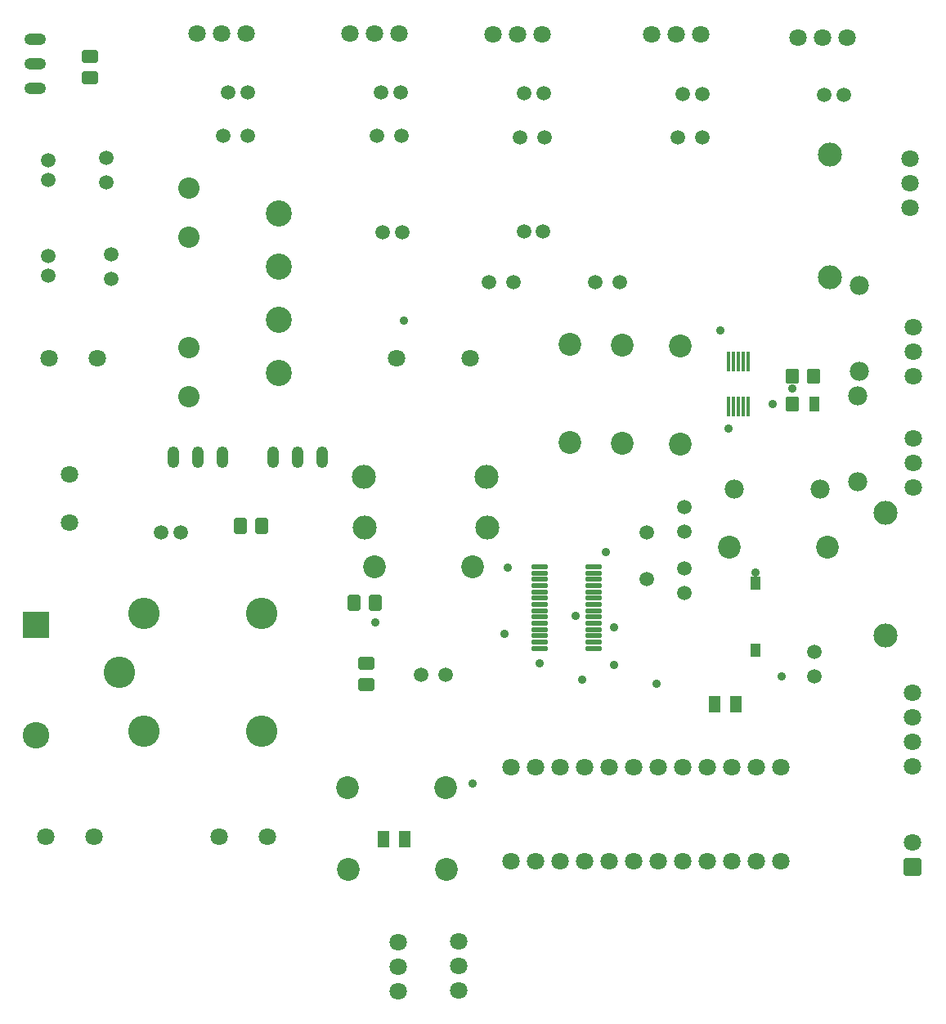
<source format=gts>
G04*
G04 #@! TF.GenerationSoftware,Altium Limited,Altium Designer,23.7.1 (13)*
G04*
G04 Layer_Color=8388736*
%FSTAX44Y44*%
%MOMM*%
G71*
G04*
G04 #@! TF.SameCoordinates,65A94E3A-F732-46F6-9CE8-1871680BC999*
G04*
G04*
G04 #@! TF.FilePolarity,Negative*
G04*
G01*
G75*
G04:AMPARAMS|DCode=26|XSize=0.4mm|YSize=2.1mm|CornerRadius=0.065mm|HoleSize=0mm|Usage=FLASHONLY|Rotation=0.000|XOffset=0mm|YOffset=0mm|HoleType=Round|Shape=RoundedRectangle|*
%AMROUNDEDRECTD26*
21,1,0.4000,1.9700,0,0,0.0*
21,1,0.2700,2.1000,0,0,0.0*
1,1,0.1300,0.1350,-0.9850*
1,1,0.1300,-0.1350,-0.9850*
1,1,0.1300,-0.1350,0.9850*
1,1,0.1300,0.1350,0.9850*
%
%ADD26ROUNDEDRECTD26*%
G04:AMPARAMS|DCode=27|XSize=1.3mm|YSize=1.525mm|CornerRadius=0.11mm|HoleSize=0mm|Usage=FLASHONLY|Rotation=0.000|XOffset=0mm|YOffset=0mm|HoleType=Round|Shape=RoundedRectangle|*
%AMROUNDEDRECTD27*
21,1,1.3000,1.3050,0,0,0.0*
21,1,1.0800,1.5250,0,0,0.0*
1,1,0.2200,0.5400,-0.6525*
1,1,0.2200,-0.5400,-0.6525*
1,1,0.2200,-0.5400,0.6525*
1,1,0.2200,0.5400,0.6525*
%
%ADD27ROUNDEDRECTD27*%
G04:AMPARAMS|DCode=28|XSize=0.44mm|YSize=1.74mm|CornerRadius=0.085mm|HoleSize=0mm|Usage=FLASHONLY|Rotation=270.000|XOffset=0mm|YOffset=0mm|HoleType=Round|Shape=RoundedRectangle|*
%AMROUNDEDRECTD28*
21,1,0.4400,1.5700,0,0,270.0*
21,1,0.2700,1.7400,0,0,270.0*
1,1,0.1700,-0.7850,-0.1350*
1,1,0.1700,-0.7850,0.1350*
1,1,0.1700,0.7850,0.1350*
1,1,0.1700,0.7850,-0.1350*
%
%ADD28ROUNDEDRECTD28*%
G04:AMPARAMS|DCode=29|XSize=1.7032mm|YSize=1.3032mm|CornerRadius=0.1566mm|HoleSize=0mm|Usage=FLASHONLY|Rotation=270.000|XOffset=0mm|YOffset=0mm|HoleType=Round|Shape=RoundedRectangle|*
%AMROUNDEDRECTD29*
21,1,1.7032,0.9900,0,0,270.0*
21,1,1.3900,1.3032,0,0,270.0*
1,1,0.3132,-0.4950,-0.6950*
1,1,0.3132,-0.4950,0.6950*
1,1,0.3132,0.4950,0.6950*
1,1,0.3132,0.4950,-0.6950*
%
%ADD29ROUNDEDRECTD29*%
%ADD30R,1.0032X1.4032*%
G04:AMPARAMS|DCode=31|XSize=1.7032mm|YSize=1.3032mm|CornerRadius=0.1566mm|HoleSize=0mm|Usage=FLASHONLY|Rotation=180.000|XOffset=0mm|YOffset=0mm|HoleType=Round|Shape=RoundedRectangle|*
%AMROUNDEDRECTD31*
21,1,1.7032,0.9900,0,0,180.0*
21,1,1.3900,1.3032,0,0,180.0*
1,1,0.3132,-0.6950,0.4950*
1,1,0.3132,0.6950,0.4950*
1,1,0.3132,0.6950,-0.4950*
1,1,0.3132,-0.6950,-0.4950*
%
%ADD31ROUNDEDRECTD31*%
%ADD32R,1.3032X1.7032*%
G04:AMPARAMS|DCode=33|XSize=1.1mm|YSize=1.525mm|CornerRadius=0.1mm|HoleSize=0mm|Usage=FLASHONLY|Rotation=0.000|XOffset=0mm|YOffset=0mm|HoleType=Round|Shape=RoundedRectangle|*
%AMROUNDEDRECTD33*
21,1,1.1000,1.3250,0,0,0.0*
21,1,0.9000,1.5250,0,0,0.0*
1,1,0.2000,0.4500,-0.6625*
1,1,0.2000,-0.4500,-0.6625*
1,1,0.2000,-0.4500,0.6625*
1,1,0.2000,0.4500,0.6625*
%
%ADD33ROUNDEDRECTD33*%
%ADD34C,1.8000*%
%ADD35C,1.5032*%
%ADD36C,2.3622*%
%ADD37C,1.5000*%
%ADD38C,1.9812*%
%ADD39C,2.4892*%
%ADD40O,1.2160X2.2320*%
%ADD41C,2.7000*%
%ADD42C,2.7432*%
%ADD43R,2.7432X2.7432*%
%ADD44C,2.2032*%
G04:AMPARAMS|DCode=45|XSize=1.8mm|YSize=1.8mm|CornerRadius=0.18mm|HoleSize=0mm|Usage=FLASHONLY|Rotation=90.000|XOffset=0mm|YOffset=0mm|HoleType=Round|Shape=RoundedRectangle|*
%AMROUNDEDRECTD45*
21,1,1.8000,1.4400,0,0,90.0*
21,1,1.4400,1.8000,0,0,90.0*
1,1,0.3600,0.7200,0.7200*
1,1,0.3600,0.7200,-0.7200*
1,1,0.3600,-0.7200,-0.7200*
1,1,0.3600,-0.7200,0.7200*
%
%ADD45ROUNDEDRECTD45*%
%ADD46O,2.2320X1.2160*%
%ADD47C,1.8032*%
%ADD48C,3.2512*%
%ADD49C,0.9032*%
D26*
X014195Y0089625D02*
D03*
X014245D02*
D03*
X014195Y0084975D02*
D03*
X014095D02*
D03*
X014295D02*
D03*
Y0089625D02*
D03*
X014145D02*
D03*
X014095D02*
D03*
X014245Y0084975D02*
D03*
X014145D02*
D03*
D27*
X01475Y00881D02*
D03*
X01497D02*
D03*
X01475Y00853D02*
D03*
D28*
X01214Y0068425D02*
D03*
X0127D02*
D03*
Y0059975D02*
D03*
Y0060625D02*
D03*
Y0061275D02*
D03*
Y0061925D02*
D03*
Y0062575D02*
D03*
Y0063225D02*
D03*
Y0063875D02*
D03*
Y0064525D02*
D03*
Y0065175D02*
D03*
Y0065825D02*
D03*
Y0066475D02*
D03*
Y0067125D02*
D03*
Y0067775D02*
D03*
X01214Y0059975D02*
D03*
Y0060625D02*
D03*
Y0061275D02*
D03*
Y0061925D02*
D03*
Y0062575D02*
D03*
Y0063225D02*
D03*
Y0063875D02*
D03*
Y0064525D02*
D03*
Y0065175D02*
D03*
Y0065825D02*
D03*
Y0066475D02*
D03*
Y0067125D02*
D03*
Y0067775D02*
D03*
D29*
X010435Y006465D02*
D03*
X010215D02*
D03*
X00904Y007265D02*
D03*
X00926D02*
D03*
D30*
X014375Y006675D02*
D03*
Y005975D02*
D03*
D31*
X010345Y005845D02*
D03*
Y005625D02*
D03*
X00748Y011905D02*
D03*
Y012125D02*
D03*
D32*
X01395Y00542D02*
D03*
X01417D02*
D03*
X01052Y004025D02*
D03*
X01074D02*
D03*
D33*
X01498Y00853D02*
D03*
D34*
X014382Y004765D02*
D03*
X013874D02*
D03*
X013366D02*
D03*
X012858D02*
D03*
X011842D02*
D03*
X012096D02*
D03*
X01235D02*
D03*
X012604D02*
D03*
X013112D02*
D03*
X01362D02*
D03*
X014128D02*
D03*
X014636D02*
D03*
X0121658Y0123551D02*
D03*
X015995Y005538D02*
D03*
X01068215Y0123651D02*
D03*
X0153185Y012323D02*
D03*
X01597Y010814D02*
D03*
Y01056D02*
D03*
X01601Y008811D02*
D03*
Y007661D02*
D03*
X01380647Y0123501D02*
D03*
X0116578Y0123551D02*
D03*
X01597Y011068D02*
D03*
X015995Y004776D02*
D03*
X014636Y003795D02*
D03*
X0113Y00271D02*
D03*
X010675Y002705D02*
D03*
X015995Y00503D02*
D03*
Y005284D02*
D03*
Y003984D02*
D03*
X014128Y003795D02*
D03*
X01362D02*
D03*
X013112D02*
D03*
X012604D02*
D03*
X01235D02*
D03*
X012096D02*
D03*
X011842D02*
D03*
X012858D02*
D03*
X013366D02*
D03*
X013874D02*
D03*
X014382D02*
D03*
X01601Y007915D02*
D03*
Y008169D02*
D03*
Y009065D02*
D03*
Y009319D02*
D03*
X00752Y00405D02*
D03*
X00702D02*
D03*
X00727Y0073D02*
D03*
Y0078D02*
D03*
X00932Y00405D02*
D03*
X00882D02*
D03*
X0113Y002964D02*
D03*
Y002456D02*
D03*
X010675Y002451D02*
D03*
Y002959D02*
D03*
X0150645Y012323D02*
D03*
X0148105D02*
D03*
X00909783Y0123651D02*
D03*
X00884383D02*
D03*
X00858983D02*
D03*
X01042815D02*
D03*
X01017415D02*
D03*
X01355247Y0123501D02*
D03*
X01329848D02*
D03*
X0119118Y0123551D02*
D03*
X011415Y009D02*
D03*
X010655D02*
D03*
D35*
X012965Y009785D02*
D03*
X012185Y01129D02*
D03*
X012175Y010315D02*
D03*
X011865Y009785D02*
D03*
X010708Y0113D02*
D03*
X01382Y011285D02*
D03*
X014985Y005959D02*
D03*
X013635Y007208D02*
D03*
X012711Y009785D02*
D03*
X011975Y010315D02*
D03*
X011611Y009785D02*
D03*
X013635Y006827D02*
D03*
Y007462D02*
D03*
Y006573D02*
D03*
X014985Y005705D02*
D03*
X00765Y010823D02*
D03*
Y011077D02*
D03*
X00886Y0113D02*
D03*
X009114D02*
D03*
X010454D02*
D03*
X0077Y00982099D02*
D03*
Y01007499D02*
D03*
X013566Y011285D02*
D03*
X011931Y01129D02*
D03*
D36*
X01299Y009136D02*
D03*
X013595Y009126D02*
D03*
X01245Y009141D02*
D03*
X010424Y00684D02*
D03*
X014105Y007045D02*
D03*
X01117Y003705D02*
D03*
X015121Y007045D02*
D03*
X010154Y003705D02*
D03*
X013595Y00811D02*
D03*
X01245Y008125D02*
D03*
X01299Y00812D02*
D03*
X01144Y00684D02*
D03*
X010144Y004555D02*
D03*
X01116D02*
D03*
D37*
X0121808Y01174D02*
D03*
X01069715Y01175D02*
D03*
X010715Y010305D02*
D03*
X015285Y01173D02*
D03*
X01382148Y011735D02*
D03*
X010515Y010305D02*
D03*
X00822Y0072D02*
D03*
X00842D02*
D03*
X00705Y01105D02*
D03*
Y01085D02*
D03*
X00911282Y01175D02*
D03*
X00891282D02*
D03*
X01049715D02*
D03*
X00705Y0100576D02*
D03*
Y0098576D02*
D03*
X01362148Y011735D02*
D03*
X0119808Y01174D02*
D03*
X010906Y00572D02*
D03*
X01116D02*
D03*
X01325Y007199D02*
D03*
Y006711D02*
D03*
X015085Y01173D02*
D03*
D38*
X014156Y00765D02*
D03*
X015045D02*
D03*
X015435Y008614D02*
D03*
Y007725D02*
D03*
X015445Y009755D02*
D03*
Y008866D02*
D03*
D39*
X015715Y00613D02*
D03*
X015145Y011105D02*
D03*
Y009835D02*
D03*
X010315Y00777D02*
D03*
X011585D02*
D03*
X011595Y00725D02*
D03*
X010325D02*
D03*
X015715Y0074D02*
D03*
D40*
X008854Y00798D02*
D03*
X009889Y007975D02*
D03*
X0086Y00798D02*
D03*
X008346D02*
D03*
X009635Y007975D02*
D03*
X009381D02*
D03*
D41*
X00944Y008845D02*
D03*
Y009395D02*
D03*
Y009945D02*
D03*
Y010495D02*
D03*
D42*
X00692Y0051D02*
D03*
D43*
Y006243D02*
D03*
D44*
X0085025Y010761D02*
D03*
Y008602D02*
D03*
Y00911D02*
D03*
Y010253D02*
D03*
D45*
X015995Y00373D02*
D03*
D46*
X0069143Y0123047D02*
D03*
Y0120507D02*
D03*
Y0117967D02*
D03*
D47*
X007055Y009D02*
D03*
X007555D02*
D03*
D48*
X0080374Y0051404D02*
D03*
X0092566Y0063596D02*
D03*
X0077834Y00575D02*
D03*
X0092566Y0051404D02*
D03*
X0080374Y0063596D02*
D03*
D49*
X014095Y008275D02*
D03*
X011805Y00683D02*
D03*
X010435Y006265D02*
D03*
X01455Y00853D02*
D03*
X01282Y006995D02*
D03*
X012905Y00621291D02*
D03*
Y005825D02*
D03*
X01214Y005845D02*
D03*
X014645Y005705D02*
D03*
X01072896Y00938784D02*
D03*
X014375Y0067827D02*
D03*
X01475Y00869105D02*
D03*
X0140045Y00928878D02*
D03*
X01251204Y0063373D02*
D03*
X011445Y00459541D02*
D03*
X01335Y00563D02*
D03*
X01258Y00567D02*
D03*
X0117725Y00615D02*
D03*
M02*

</source>
